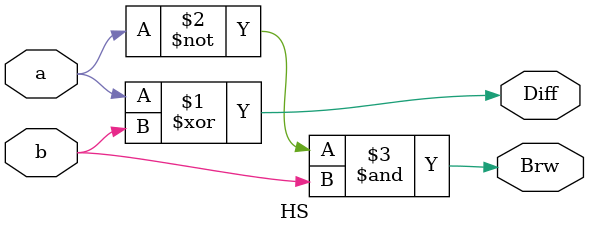
<source format=v>
`timescale 1ns / 1ps


module HS(
input a,b,
output Diff, Brw
);
assign Diff = a^b;
assign Brw = ~a & b;
endmodule

</source>
